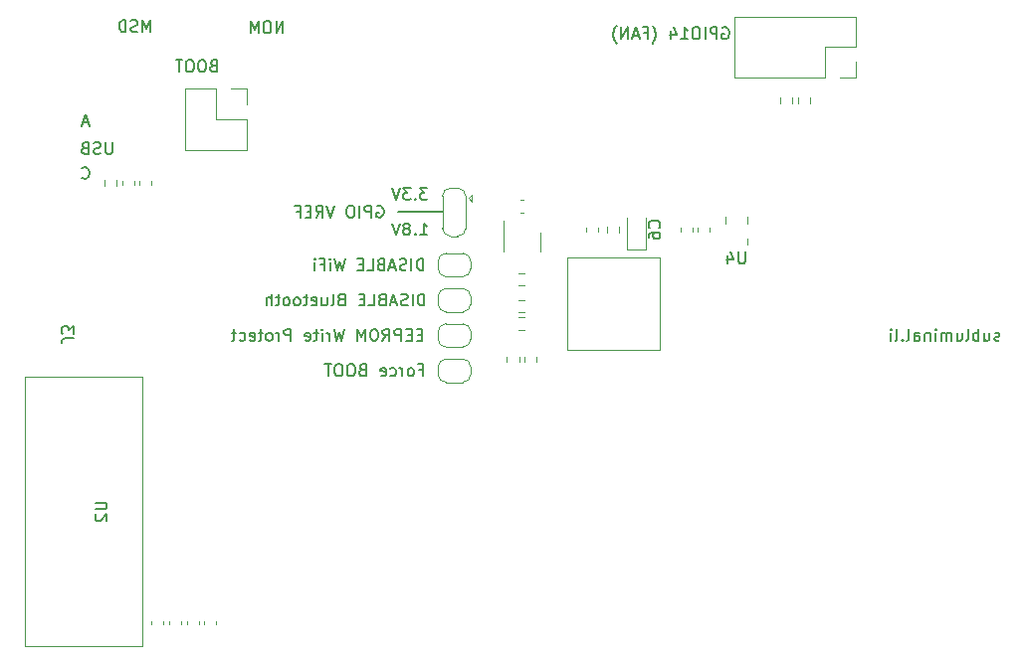
<source format=gbr>
%TF.GenerationSoftware,KiCad,Pcbnew,(5.99.0-10407-g1e8b23402c)*%
%TF.CreationDate,2021-07-10T11:28:42-06:00*%
%TF.ProjectId,lobby,6c6f6262-792e-46b6-9963-61645f706362,rev?*%
%TF.SameCoordinates,Original*%
%TF.FileFunction,Legend,Bot*%
%TF.FilePolarity,Positive*%
%FSLAX46Y46*%
G04 Gerber Fmt 4.6, Leading zero omitted, Abs format (unit mm)*
G04 Created by KiCad (PCBNEW (5.99.0-10407-g1e8b23402c)) date 2021-07-10 11:28:42*
%MOMM*%
%LPD*%
G01*
G04 APERTURE LIST*
%ADD10C,0.150000*%
%ADD11C,0.120000*%
G04 APERTURE END LIST*
D10*
X51500000Y-37500000D02*
X55250000Y-37500000D01*
X24590476Y-34557142D02*
X24638095Y-34604761D01*
X24780952Y-34652380D01*
X24876190Y-34652380D01*
X25019047Y-34604761D01*
X25114285Y-34509523D01*
X25161904Y-34414285D01*
X25209523Y-34223809D01*
X25209523Y-34080952D01*
X25161904Y-33890476D01*
X25114285Y-33795238D01*
X25019047Y-33700000D01*
X24876190Y-33652380D01*
X24780952Y-33652380D01*
X24638095Y-33700000D01*
X24590476Y-33747619D01*
X27161904Y-31552380D02*
X27161904Y-32361904D01*
X27114285Y-32457142D01*
X27066666Y-32504761D01*
X26971428Y-32552380D01*
X26780952Y-32552380D01*
X26685714Y-32504761D01*
X26638095Y-32457142D01*
X26590476Y-32361904D01*
X26590476Y-31552380D01*
X26161904Y-32504761D02*
X26019047Y-32552380D01*
X25780952Y-32552380D01*
X25685714Y-32504761D01*
X25638095Y-32457142D01*
X25590476Y-32361904D01*
X25590476Y-32266666D01*
X25638095Y-32171428D01*
X25685714Y-32123809D01*
X25780952Y-32076190D01*
X25971428Y-32028571D01*
X26066666Y-31980952D01*
X26114285Y-31933333D01*
X26161904Y-31838095D01*
X26161904Y-31742857D01*
X26114285Y-31647619D01*
X26066666Y-31600000D01*
X25971428Y-31552380D01*
X25733333Y-31552380D01*
X25590476Y-31600000D01*
X24828571Y-32028571D02*
X24685714Y-32076190D01*
X24638095Y-32123809D01*
X24590476Y-32219047D01*
X24590476Y-32361904D01*
X24638095Y-32457142D01*
X24685714Y-32504761D01*
X24780952Y-32552380D01*
X25161904Y-32552380D01*
X25161904Y-31552380D01*
X24828571Y-31552380D01*
X24733333Y-31600000D01*
X24685714Y-31647619D01*
X24638095Y-31742857D01*
X24638095Y-31838095D01*
X24685714Y-31933333D01*
X24733333Y-31980952D01*
X24828571Y-32028571D01*
X25161904Y-32028571D01*
X35757142Y-25028571D02*
X35614285Y-25076190D01*
X35566666Y-25123809D01*
X35519047Y-25219047D01*
X35519047Y-25361904D01*
X35566666Y-25457142D01*
X35614285Y-25504761D01*
X35709523Y-25552380D01*
X36090476Y-25552380D01*
X36090476Y-24552380D01*
X35757142Y-24552380D01*
X35661904Y-24600000D01*
X35614285Y-24647619D01*
X35566666Y-24742857D01*
X35566666Y-24838095D01*
X35614285Y-24933333D01*
X35661904Y-24980952D01*
X35757142Y-25028571D01*
X36090476Y-25028571D01*
X34900000Y-24552380D02*
X34709523Y-24552380D01*
X34614285Y-24600000D01*
X34519047Y-24695238D01*
X34471428Y-24885714D01*
X34471428Y-25219047D01*
X34519047Y-25409523D01*
X34614285Y-25504761D01*
X34709523Y-25552380D01*
X34900000Y-25552380D01*
X34995238Y-25504761D01*
X35090476Y-25409523D01*
X35138095Y-25219047D01*
X35138095Y-24885714D01*
X35090476Y-24695238D01*
X34995238Y-24600000D01*
X34900000Y-24552380D01*
X33852380Y-24552380D02*
X33661904Y-24552380D01*
X33566666Y-24600000D01*
X33471428Y-24695238D01*
X33423809Y-24885714D01*
X33423809Y-25219047D01*
X33471428Y-25409523D01*
X33566666Y-25504761D01*
X33661904Y-25552380D01*
X33852380Y-25552380D01*
X33947619Y-25504761D01*
X34042857Y-25409523D01*
X34090476Y-25219047D01*
X34090476Y-24885714D01*
X34042857Y-24695238D01*
X33947619Y-24600000D01*
X33852380Y-24552380D01*
X33138095Y-24552380D02*
X32566666Y-24552380D01*
X32852380Y-25552380D02*
X32852380Y-24552380D01*
X53976190Y-35452380D02*
X53357142Y-35452380D01*
X53690476Y-35833333D01*
X53547619Y-35833333D01*
X53452380Y-35880952D01*
X53404761Y-35928571D01*
X53357142Y-36023809D01*
X53357142Y-36261904D01*
X53404761Y-36357142D01*
X53452380Y-36404761D01*
X53547619Y-36452380D01*
X53833333Y-36452380D01*
X53928571Y-36404761D01*
X53976190Y-36357142D01*
X52928571Y-36357142D02*
X52880952Y-36404761D01*
X52928571Y-36452380D01*
X52976190Y-36404761D01*
X52928571Y-36357142D01*
X52928571Y-36452380D01*
X52547619Y-35452380D02*
X51928571Y-35452380D01*
X52261904Y-35833333D01*
X52119047Y-35833333D01*
X52023809Y-35880952D01*
X51976190Y-35928571D01*
X51928571Y-36023809D01*
X51928571Y-36261904D01*
X51976190Y-36357142D01*
X52023809Y-36404761D01*
X52119047Y-36452380D01*
X52404761Y-36452380D01*
X52500000Y-36404761D01*
X52547619Y-36357142D01*
X51642857Y-35452380D02*
X51309523Y-36452380D01*
X50976190Y-35452380D01*
X53619047Y-42452380D02*
X53619047Y-41452380D01*
X53380952Y-41452380D01*
X53238095Y-41500000D01*
X53142857Y-41595238D01*
X53095238Y-41690476D01*
X53047619Y-41880952D01*
X53047619Y-42023809D01*
X53095238Y-42214285D01*
X53142857Y-42309523D01*
X53238095Y-42404761D01*
X53380952Y-42452380D01*
X53619047Y-42452380D01*
X52619047Y-42452380D02*
X52619047Y-41452380D01*
X52190476Y-42404761D02*
X52047619Y-42452380D01*
X51809523Y-42452380D01*
X51714285Y-42404761D01*
X51666666Y-42357142D01*
X51619047Y-42261904D01*
X51619047Y-42166666D01*
X51666666Y-42071428D01*
X51714285Y-42023809D01*
X51809523Y-41976190D01*
X52000000Y-41928571D01*
X52095238Y-41880952D01*
X52142857Y-41833333D01*
X52190476Y-41738095D01*
X52190476Y-41642857D01*
X52142857Y-41547619D01*
X52095238Y-41500000D01*
X52000000Y-41452380D01*
X51761904Y-41452380D01*
X51619047Y-41500000D01*
X51238095Y-42166666D02*
X50761904Y-42166666D01*
X51333333Y-42452380D02*
X51000000Y-41452380D01*
X50666666Y-42452380D01*
X50000000Y-41928571D02*
X49857142Y-41976190D01*
X49809523Y-42023809D01*
X49761904Y-42119047D01*
X49761904Y-42261904D01*
X49809523Y-42357142D01*
X49857142Y-42404761D01*
X49952380Y-42452380D01*
X50333333Y-42452380D01*
X50333333Y-41452380D01*
X50000000Y-41452380D01*
X49904761Y-41500000D01*
X49857142Y-41547619D01*
X49809523Y-41642857D01*
X49809523Y-41738095D01*
X49857142Y-41833333D01*
X49904761Y-41880952D01*
X50000000Y-41928571D01*
X50333333Y-41928571D01*
X48857142Y-42452380D02*
X49333333Y-42452380D01*
X49333333Y-41452380D01*
X48523809Y-41928571D02*
X48190476Y-41928571D01*
X48047619Y-42452380D02*
X48523809Y-42452380D01*
X48523809Y-41452380D01*
X48047619Y-41452380D01*
X46952380Y-41452380D02*
X46714285Y-42452380D01*
X46523809Y-41738095D01*
X46333333Y-42452380D01*
X46095238Y-41452380D01*
X45714285Y-42452380D02*
X45714285Y-41785714D01*
X45714285Y-41452380D02*
X45761904Y-41500000D01*
X45714285Y-41547619D01*
X45666666Y-41500000D01*
X45714285Y-41452380D01*
X45714285Y-41547619D01*
X44904761Y-41928571D02*
X45238095Y-41928571D01*
X45238095Y-42452380D02*
X45238095Y-41452380D01*
X44761904Y-41452380D01*
X44380952Y-42452380D02*
X44380952Y-41785714D01*
X44380952Y-41452380D02*
X44428571Y-41500000D01*
X44380952Y-41547619D01*
X44333333Y-41500000D01*
X44380952Y-41452380D01*
X44380952Y-41547619D01*
X30409523Y-22152380D02*
X30409523Y-21152380D01*
X30076190Y-21866666D01*
X29742857Y-21152380D01*
X29742857Y-22152380D01*
X29314285Y-22104761D02*
X29171428Y-22152380D01*
X28933333Y-22152380D01*
X28838095Y-22104761D01*
X28790476Y-22057142D01*
X28742857Y-21961904D01*
X28742857Y-21866666D01*
X28790476Y-21771428D01*
X28838095Y-21723809D01*
X28933333Y-21676190D01*
X29123809Y-21628571D01*
X29219047Y-21580952D01*
X29266666Y-21533333D01*
X29314285Y-21438095D01*
X29314285Y-21342857D01*
X29266666Y-21247619D01*
X29219047Y-21200000D01*
X29123809Y-21152380D01*
X28885714Y-21152380D01*
X28742857Y-21200000D01*
X28314285Y-22152380D02*
X28314285Y-21152380D01*
X28076190Y-21152380D01*
X27933333Y-21200000D01*
X27838095Y-21295238D01*
X27790476Y-21390476D01*
X27742857Y-21580952D01*
X27742857Y-21723809D01*
X27790476Y-21914285D01*
X27838095Y-22009523D01*
X27933333Y-22104761D01*
X28076190Y-22152380D01*
X28314285Y-22152380D01*
X25138095Y-29866666D02*
X24661904Y-29866666D01*
X25233333Y-30152380D02*
X24900000Y-29152380D01*
X24566666Y-30152380D01*
X102642857Y-48404761D02*
X102547619Y-48452380D01*
X102357142Y-48452380D01*
X102261904Y-48404761D01*
X102214285Y-48309523D01*
X102214285Y-48261904D01*
X102261904Y-48166666D01*
X102357142Y-48119047D01*
X102500000Y-48119047D01*
X102595238Y-48071428D01*
X102642857Y-47976190D01*
X102642857Y-47928571D01*
X102595238Y-47833333D01*
X102500000Y-47785714D01*
X102357142Y-47785714D01*
X102261904Y-47833333D01*
X101357142Y-47785714D02*
X101357142Y-48452380D01*
X101785714Y-47785714D02*
X101785714Y-48309523D01*
X101738095Y-48404761D01*
X101642857Y-48452380D01*
X101500000Y-48452380D01*
X101404761Y-48404761D01*
X101357142Y-48357142D01*
X100880952Y-48452380D02*
X100880952Y-47452380D01*
X100880952Y-47833333D02*
X100785714Y-47785714D01*
X100595238Y-47785714D01*
X100500000Y-47833333D01*
X100452380Y-47880952D01*
X100404761Y-47976190D01*
X100404761Y-48261904D01*
X100452380Y-48357142D01*
X100500000Y-48404761D01*
X100595238Y-48452380D01*
X100785714Y-48452380D01*
X100880952Y-48404761D01*
X99833333Y-48452380D02*
X99928571Y-48404761D01*
X99976190Y-48309523D01*
X99976190Y-47452380D01*
X99023809Y-47785714D02*
X99023809Y-48452380D01*
X99452380Y-47785714D02*
X99452380Y-48309523D01*
X99404761Y-48404761D01*
X99309523Y-48452380D01*
X99166666Y-48452380D01*
X99071428Y-48404761D01*
X99023809Y-48357142D01*
X98547619Y-48452380D02*
X98547619Y-47785714D01*
X98547619Y-47880952D02*
X98500000Y-47833333D01*
X98404761Y-47785714D01*
X98261904Y-47785714D01*
X98166666Y-47833333D01*
X98119047Y-47928571D01*
X98119047Y-48452380D01*
X98119047Y-47928571D02*
X98071428Y-47833333D01*
X97976190Y-47785714D01*
X97833333Y-47785714D01*
X97738095Y-47833333D01*
X97690476Y-47928571D01*
X97690476Y-48452380D01*
X97214285Y-48452380D02*
X97214285Y-47785714D01*
X97214285Y-47452380D02*
X97261904Y-47500000D01*
X97214285Y-47547619D01*
X97166666Y-47500000D01*
X97214285Y-47452380D01*
X97214285Y-47547619D01*
X96738095Y-47785714D02*
X96738095Y-48452380D01*
X96738095Y-47880952D02*
X96690476Y-47833333D01*
X96595238Y-47785714D01*
X96452380Y-47785714D01*
X96357142Y-47833333D01*
X96309523Y-47928571D01*
X96309523Y-48452380D01*
X95404761Y-48452380D02*
X95404761Y-47928571D01*
X95452380Y-47833333D01*
X95547619Y-47785714D01*
X95738095Y-47785714D01*
X95833333Y-47833333D01*
X95404761Y-48404761D02*
X95500000Y-48452380D01*
X95738095Y-48452380D01*
X95833333Y-48404761D01*
X95880952Y-48309523D01*
X95880952Y-48214285D01*
X95833333Y-48119047D01*
X95738095Y-48071428D01*
X95500000Y-48071428D01*
X95404761Y-48023809D01*
X94785714Y-48452380D02*
X94880952Y-48404761D01*
X94928571Y-48309523D01*
X94928571Y-47452380D01*
X94404761Y-48357142D02*
X94357142Y-48404761D01*
X94404761Y-48452380D01*
X94452380Y-48404761D01*
X94404761Y-48357142D01*
X94404761Y-48452380D01*
X93785714Y-48452380D02*
X93880952Y-48404761D01*
X93928571Y-48309523D01*
X93928571Y-47452380D01*
X93404761Y-48452380D02*
X93404761Y-47785714D01*
X93404761Y-47452380D02*
X93452380Y-47500000D01*
X93404761Y-47547619D01*
X93357142Y-47500000D01*
X93404761Y-47452380D01*
X93404761Y-47547619D01*
X49690476Y-37000000D02*
X49785714Y-36952380D01*
X49928571Y-36952380D01*
X50071428Y-37000000D01*
X50166666Y-37095238D01*
X50214285Y-37190476D01*
X50261904Y-37380952D01*
X50261904Y-37523809D01*
X50214285Y-37714285D01*
X50166666Y-37809523D01*
X50071428Y-37904761D01*
X49928571Y-37952380D01*
X49833333Y-37952380D01*
X49690476Y-37904761D01*
X49642857Y-37857142D01*
X49642857Y-37523809D01*
X49833333Y-37523809D01*
X49214285Y-37952380D02*
X49214285Y-36952380D01*
X48833333Y-36952380D01*
X48738095Y-37000000D01*
X48690476Y-37047619D01*
X48642857Y-37142857D01*
X48642857Y-37285714D01*
X48690476Y-37380952D01*
X48738095Y-37428571D01*
X48833333Y-37476190D01*
X49214285Y-37476190D01*
X48214285Y-37952380D02*
X48214285Y-36952380D01*
X47547619Y-36952380D02*
X47357142Y-36952380D01*
X47261904Y-37000000D01*
X47166666Y-37095238D01*
X47119047Y-37285714D01*
X47119047Y-37619047D01*
X47166666Y-37809523D01*
X47261904Y-37904761D01*
X47357142Y-37952380D01*
X47547619Y-37952380D01*
X47642857Y-37904761D01*
X47738095Y-37809523D01*
X47785714Y-37619047D01*
X47785714Y-37285714D01*
X47738095Y-37095238D01*
X47642857Y-37000000D01*
X47547619Y-36952380D01*
X46071428Y-36952380D02*
X45738095Y-37952380D01*
X45404761Y-36952380D01*
X44500000Y-37952380D02*
X44833333Y-37476190D01*
X45071428Y-37952380D02*
X45071428Y-36952380D01*
X44690476Y-36952380D01*
X44595238Y-37000000D01*
X44547619Y-37047619D01*
X44500000Y-37142857D01*
X44500000Y-37285714D01*
X44547619Y-37380952D01*
X44595238Y-37428571D01*
X44690476Y-37476190D01*
X45071428Y-37476190D01*
X44071428Y-37428571D02*
X43738095Y-37428571D01*
X43595238Y-37952380D02*
X44071428Y-37952380D01*
X44071428Y-36952380D01*
X43595238Y-36952380D01*
X42833333Y-37428571D02*
X43166666Y-37428571D01*
X43166666Y-37952380D02*
X43166666Y-36952380D01*
X42690476Y-36952380D01*
X53357142Y-39452380D02*
X53928571Y-39452380D01*
X53642857Y-39452380D02*
X53642857Y-38452380D01*
X53738095Y-38595238D01*
X53833333Y-38690476D01*
X53928571Y-38738095D01*
X52928571Y-39357142D02*
X52880952Y-39404761D01*
X52928571Y-39452380D01*
X52976190Y-39404761D01*
X52928571Y-39357142D01*
X52928571Y-39452380D01*
X52309523Y-38880952D02*
X52404761Y-38833333D01*
X52452380Y-38785714D01*
X52500000Y-38690476D01*
X52500000Y-38642857D01*
X52452380Y-38547619D01*
X52404761Y-38500000D01*
X52309523Y-38452380D01*
X52119047Y-38452380D01*
X52023809Y-38500000D01*
X51976190Y-38547619D01*
X51928571Y-38642857D01*
X51928571Y-38690476D01*
X51976190Y-38785714D01*
X52023809Y-38833333D01*
X52119047Y-38880952D01*
X52309523Y-38880952D01*
X52404761Y-38928571D01*
X52452380Y-38976190D01*
X52500000Y-39071428D01*
X52500000Y-39261904D01*
X52452380Y-39357142D01*
X52404761Y-39404761D01*
X52309523Y-39452380D01*
X52119047Y-39452380D01*
X52023809Y-39404761D01*
X51976190Y-39357142D01*
X51928571Y-39261904D01*
X51928571Y-39071428D01*
X51976190Y-38976190D01*
X52023809Y-38928571D01*
X52119047Y-38880952D01*
X51642857Y-38452380D02*
X51309523Y-39452380D01*
X50976190Y-38452380D01*
X41680952Y-22252380D02*
X41680952Y-21252380D01*
X41109523Y-22252380D01*
X41109523Y-21252380D01*
X40442857Y-21252380D02*
X40252380Y-21252380D01*
X40157142Y-21300000D01*
X40061904Y-21395238D01*
X40014285Y-21585714D01*
X40014285Y-21919047D01*
X40061904Y-22109523D01*
X40157142Y-22204761D01*
X40252380Y-22252380D01*
X40442857Y-22252380D01*
X40538095Y-22204761D01*
X40633333Y-22109523D01*
X40680952Y-21919047D01*
X40680952Y-21585714D01*
X40633333Y-21395238D01*
X40538095Y-21300000D01*
X40442857Y-21252380D01*
X39585714Y-22252380D02*
X39585714Y-21252380D01*
X39252380Y-21966666D01*
X38919047Y-21252380D01*
X38919047Y-22252380D01*
X53285714Y-50928571D02*
X53619047Y-50928571D01*
X53619047Y-51452380D02*
X53619047Y-50452380D01*
X53142857Y-50452380D01*
X52619047Y-51452380D02*
X52714285Y-51404761D01*
X52761904Y-51357142D01*
X52809523Y-51261904D01*
X52809523Y-50976190D01*
X52761904Y-50880952D01*
X52714285Y-50833333D01*
X52619047Y-50785714D01*
X52476190Y-50785714D01*
X52380952Y-50833333D01*
X52333333Y-50880952D01*
X52285714Y-50976190D01*
X52285714Y-51261904D01*
X52333333Y-51357142D01*
X52380952Y-51404761D01*
X52476190Y-51452380D01*
X52619047Y-51452380D01*
X51857142Y-51452380D02*
X51857142Y-50785714D01*
X51857142Y-50976190D02*
X51809523Y-50880952D01*
X51761904Y-50833333D01*
X51666666Y-50785714D01*
X51571428Y-50785714D01*
X50809523Y-51404761D02*
X50904761Y-51452380D01*
X51095238Y-51452380D01*
X51190476Y-51404761D01*
X51238095Y-51357142D01*
X51285714Y-51261904D01*
X51285714Y-50976190D01*
X51238095Y-50880952D01*
X51190476Y-50833333D01*
X51095238Y-50785714D01*
X50904761Y-50785714D01*
X50809523Y-50833333D01*
X50000000Y-51404761D02*
X50095238Y-51452380D01*
X50285714Y-51452380D01*
X50380952Y-51404761D01*
X50428571Y-51309523D01*
X50428571Y-50928571D01*
X50380952Y-50833333D01*
X50285714Y-50785714D01*
X50095238Y-50785714D01*
X50000000Y-50833333D01*
X49952380Y-50928571D01*
X49952380Y-51023809D01*
X50428571Y-51119047D01*
X48428571Y-50928571D02*
X48285714Y-50976190D01*
X48238095Y-51023809D01*
X48190476Y-51119047D01*
X48190476Y-51261904D01*
X48238095Y-51357142D01*
X48285714Y-51404761D01*
X48380952Y-51452380D01*
X48761904Y-51452380D01*
X48761904Y-50452380D01*
X48428571Y-50452380D01*
X48333333Y-50500000D01*
X48285714Y-50547619D01*
X48238095Y-50642857D01*
X48238095Y-50738095D01*
X48285714Y-50833333D01*
X48333333Y-50880952D01*
X48428571Y-50928571D01*
X48761904Y-50928571D01*
X47571428Y-50452380D02*
X47380952Y-50452380D01*
X47285714Y-50500000D01*
X47190476Y-50595238D01*
X47142857Y-50785714D01*
X47142857Y-51119047D01*
X47190476Y-51309523D01*
X47285714Y-51404761D01*
X47380952Y-51452380D01*
X47571428Y-51452380D01*
X47666666Y-51404761D01*
X47761904Y-51309523D01*
X47809523Y-51119047D01*
X47809523Y-50785714D01*
X47761904Y-50595238D01*
X47666666Y-50500000D01*
X47571428Y-50452380D01*
X46523809Y-50452380D02*
X46333333Y-50452380D01*
X46238095Y-50500000D01*
X46142857Y-50595238D01*
X46095238Y-50785714D01*
X46095238Y-51119047D01*
X46142857Y-51309523D01*
X46238095Y-51404761D01*
X46333333Y-51452380D01*
X46523809Y-51452380D01*
X46619047Y-51404761D01*
X46714285Y-51309523D01*
X46761904Y-51119047D01*
X46761904Y-50785714D01*
X46714285Y-50595238D01*
X46619047Y-50500000D01*
X46523809Y-50452380D01*
X45809523Y-50452380D02*
X45238095Y-50452380D01*
X45523809Y-51452380D02*
X45523809Y-50452380D01*
X79080952Y-21800000D02*
X79176190Y-21752380D01*
X79319047Y-21752380D01*
X79461904Y-21800000D01*
X79557142Y-21895238D01*
X79604761Y-21990476D01*
X79652380Y-22180952D01*
X79652380Y-22323809D01*
X79604761Y-22514285D01*
X79557142Y-22609523D01*
X79461904Y-22704761D01*
X79319047Y-22752380D01*
X79223809Y-22752380D01*
X79080952Y-22704761D01*
X79033333Y-22657142D01*
X79033333Y-22323809D01*
X79223809Y-22323809D01*
X78604761Y-22752380D02*
X78604761Y-21752380D01*
X78223809Y-21752380D01*
X78128571Y-21800000D01*
X78080952Y-21847619D01*
X78033333Y-21942857D01*
X78033333Y-22085714D01*
X78080952Y-22180952D01*
X78128571Y-22228571D01*
X78223809Y-22276190D01*
X78604761Y-22276190D01*
X77604761Y-22752380D02*
X77604761Y-21752380D01*
X76938095Y-21752380D02*
X76747619Y-21752380D01*
X76652380Y-21800000D01*
X76557142Y-21895238D01*
X76509523Y-22085714D01*
X76509523Y-22419047D01*
X76557142Y-22609523D01*
X76652380Y-22704761D01*
X76747619Y-22752380D01*
X76938095Y-22752380D01*
X77033333Y-22704761D01*
X77128571Y-22609523D01*
X77176190Y-22419047D01*
X77176190Y-22085714D01*
X77128571Y-21895238D01*
X77033333Y-21800000D01*
X76938095Y-21752380D01*
X75557142Y-22752380D02*
X76128571Y-22752380D01*
X75842857Y-22752380D02*
X75842857Y-21752380D01*
X75938095Y-21895238D01*
X76033333Y-21990476D01*
X76128571Y-22038095D01*
X74700000Y-22085714D02*
X74700000Y-22752380D01*
X74938095Y-21704761D02*
X75176190Y-22419047D01*
X74557142Y-22419047D01*
X73128571Y-23133333D02*
X73176190Y-23085714D01*
X73271428Y-22942857D01*
X73319047Y-22847619D01*
X73366666Y-22704761D01*
X73414285Y-22466666D01*
X73414285Y-22276190D01*
X73366666Y-22038095D01*
X73319047Y-21895238D01*
X73271428Y-21800000D01*
X73176190Y-21657142D01*
X73128571Y-21609523D01*
X72414285Y-22228571D02*
X72747619Y-22228571D01*
X72747619Y-22752380D02*
X72747619Y-21752380D01*
X72271428Y-21752380D01*
X71938095Y-22466666D02*
X71461904Y-22466666D01*
X72033333Y-22752380D02*
X71700000Y-21752380D01*
X71366666Y-22752380D01*
X71033333Y-22752380D02*
X71033333Y-21752380D01*
X70461904Y-22752380D01*
X70461904Y-21752380D01*
X70080952Y-23133333D02*
X70033333Y-23085714D01*
X69938095Y-22942857D01*
X69890476Y-22847619D01*
X69842857Y-22704761D01*
X69795238Y-22466666D01*
X69795238Y-22276190D01*
X69842857Y-22038095D01*
X69890476Y-21895238D01*
X69938095Y-21800000D01*
X70033333Y-21657142D01*
X70080952Y-21609523D01*
X53547619Y-47928571D02*
X53214285Y-47928571D01*
X53071428Y-48452380D02*
X53547619Y-48452380D01*
X53547619Y-47452380D01*
X53071428Y-47452380D01*
X52642857Y-47928571D02*
X52309523Y-47928571D01*
X52166666Y-48452380D02*
X52642857Y-48452380D01*
X52642857Y-47452380D01*
X52166666Y-47452380D01*
X51738095Y-48452380D02*
X51738095Y-47452380D01*
X51357142Y-47452380D01*
X51261904Y-47500000D01*
X51214285Y-47547619D01*
X51166666Y-47642857D01*
X51166666Y-47785714D01*
X51214285Y-47880952D01*
X51261904Y-47928571D01*
X51357142Y-47976190D01*
X51738095Y-47976190D01*
X50166666Y-48452380D02*
X50500000Y-47976190D01*
X50738095Y-48452380D02*
X50738095Y-47452380D01*
X50357142Y-47452380D01*
X50261904Y-47500000D01*
X50214285Y-47547619D01*
X50166666Y-47642857D01*
X50166666Y-47785714D01*
X50214285Y-47880952D01*
X50261904Y-47928571D01*
X50357142Y-47976190D01*
X50738095Y-47976190D01*
X49547619Y-47452380D02*
X49357142Y-47452380D01*
X49261904Y-47500000D01*
X49166666Y-47595238D01*
X49119047Y-47785714D01*
X49119047Y-48119047D01*
X49166666Y-48309523D01*
X49261904Y-48404761D01*
X49357142Y-48452380D01*
X49547619Y-48452380D01*
X49642857Y-48404761D01*
X49738095Y-48309523D01*
X49785714Y-48119047D01*
X49785714Y-47785714D01*
X49738095Y-47595238D01*
X49642857Y-47500000D01*
X49547619Y-47452380D01*
X48690476Y-48452380D02*
X48690476Y-47452380D01*
X48357142Y-48166666D01*
X48023809Y-47452380D01*
X48023809Y-48452380D01*
X46880952Y-47452380D02*
X46642857Y-48452380D01*
X46452380Y-47738095D01*
X46261904Y-48452380D01*
X46023809Y-47452380D01*
X45642857Y-48452380D02*
X45642857Y-47785714D01*
X45642857Y-47976190D02*
X45595238Y-47880952D01*
X45547619Y-47833333D01*
X45452380Y-47785714D01*
X45357142Y-47785714D01*
X45023809Y-48452380D02*
X45023809Y-47785714D01*
X45023809Y-47452380D02*
X45071428Y-47500000D01*
X45023809Y-47547619D01*
X44976190Y-47500000D01*
X45023809Y-47452380D01*
X45023809Y-47547619D01*
X44690476Y-47785714D02*
X44309523Y-47785714D01*
X44547619Y-47452380D02*
X44547619Y-48309523D01*
X44500000Y-48404761D01*
X44404761Y-48452380D01*
X44309523Y-48452380D01*
X43595238Y-48404761D02*
X43690476Y-48452380D01*
X43880952Y-48452380D01*
X43976190Y-48404761D01*
X44023809Y-48309523D01*
X44023809Y-47928571D01*
X43976190Y-47833333D01*
X43880952Y-47785714D01*
X43690476Y-47785714D01*
X43595238Y-47833333D01*
X43547619Y-47928571D01*
X43547619Y-48023809D01*
X44023809Y-48119047D01*
X42357142Y-48452380D02*
X42357142Y-47452380D01*
X41976190Y-47452380D01*
X41880952Y-47500000D01*
X41833333Y-47547619D01*
X41785714Y-47642857D01*
X41785714Y-47785714D01*
X41833333Y-47880952D01*
X41880952Y-47928571D01*
X41976190Y-47976190D01*
X42357142Y-47976190D01*
X41357142Y-48452380D02*
X41357142Y-47785714D01*
X41357142Y-47976190D02*
X41309523Y-47880952D01*
X41261904Y-47833333D01*
X41166666Y-47785714D01*
X41071428Y-47785714D01*
X40595238Y-48452380D02*
X40690476Y-48404761D01*
X40738095Y-48357142D01*
X40785714Y-48261904D01*
X40785714Y-47976190D01*
X40738095Y-47880952D01*
X40690476Y-47833333D01*
X40595238Y-47785714D01*
X40452380Y-47785714D01*
X40357142Y-47833333D01*
X40309523Y-47880952D01*
X40261904Y-47976190D01*
X40261904Y-48261904D01*
X40309523Y-48357142D01*
X40357142Y-48404761D01*
X40452380Y-48452380D01*
X40595238Y-48452380D01*
X39976190Y-47785714D02*
X39595238Y-47785714D01*
X39833333Y-47452380D02*
X39833333Y-48309523D01*
X39785714Y-48404761D01*
X39690476Y-48452380D01*
X39595238Y-48452380D01*
X38880952Y-48404761D02*
X38976190Y-48452380D01*
X39166666Y-48452380D01*
X39261904Y-48404761D01*
X39309523Y-48309523D01*
X39309523Y-47928571D01*
X39261904Y-47833333D01*
X39166666Y-47785714D01*
X38976190Y-47785714D01*
X38880952Y-47833333D01*
X38833333Y-47928571D01*
X38833333Y-48023809D01*
X39309523Y-48119047D01*
X37976190Y-48404761D02*
X38071428Y-48452380D01*
X38261904Y-48452380D01*
X38357142Y-48404761D01*
X38404761Y-48357142D01*
X38452380Y-48261904D01*
X38452380Y-47976190D01*
X38404761Y-47880952D01*
X38357142Y-47833333D01*
X38261904Y-47785714D01*
X38071428Y-47785714D01*
X37976190Y-47833333D01*
X37690476Y-47785714D02*
X37309523Y-47785714D01*
X37547619Y-47452380D02*
X37547619Y-48309523D01*
X37500000Y-48404761D01*
X37404761Y-48452380D01*
X37309523Y-48452380D01*
X53714285Y-45452380D02*
X53714285Y-44452380D01*
X53476190Y-44452380D01*
X53333333Y-44500000D01*
X53238095Y-44595238D01*
X53190476Y-44690476D01*
X53142857Y-44880952D01*
X53142857Y-45023809D01*
X53190476Y-45214285D01*
X53238095Y-45309523D01*
X53333333Y-45404761D01*
X53476190Y-45452380D01*
X53714285Y-45452380D01*
X52714285Y-45452380D02*
X52714285Y-44452380D01*
X52285714Y-45404761D02*
X52142857Y-45452380D01*
X51904761Y-45452380D01*
X51809523Y-45404761D01*
X51761904Y-45357142D01*
X51714285Y-45261904D01*
X51714285Y-45166666D01*
X51761904Y-45071428D01*
X51809523Y-45023809D01*
X51904761Y-44976190D01*
X52095238Y-44928571D01*
X52190476Y-44880952D01*
X52238095Y-44833333D01*
X52285714Y-44738095D01*
X52285714Y-44642857D01*
X52238095Y-44547619D01*
X52190476Y-44500000D01*
X52095238Y-44452380D01*
X51857142Y-44452380D01*
X51714285Y-44500000D01*
X51333333Y-45166666D02*
X50857142Y-45166666D01*
X51428571Y-45452380D02*
X51095238Y-44452380D01*
X50761904Y-45452380D01*
X50095238Y-44928571D02*
X49952380Y-44976190D01*
X49904761Y-45023809D01*
X49857142Y-45119047D01*
X49857142Y-45261904D01*
X49904761Y-45357142D01*
X49952380Y-45404761D01*
X50047619Y-45452380D01*
X50428571Y-45452380D01*
X50428571Y-44452380D01*
X50095238Y-44452380D01*
X50000000Y-44500000D01*
X49952380Y-44547619D01*
X49904761Y-44642857D01*
X49904761Y-44738095D01*
X49952380Y-44833333D01*
X50000000Y-44880952D01*
X50095238Y-44928571D01*
X50428571Y-44928571D01*
X48952380Y-45452380D02*
X49428571Y-45452380D01*
X49428571Y-44452380D01*
X48619047Y-44928571D02*
X48285714Y-44928571D01*
X48142857Y-45452380D02*
X48619047Y-45452380D01*
X48619047Y-44452380D01*
X48142857Y-44452380D01*
X46619047Y-44928571D02*
X46476190Y-44976190D01*
X46428571Y-45023809D01*
X46380952Y-45119047D01*
X46380952Y-45261904D01*
X46428571Y-45357142D01*
X46476190Y-45404761D01*
X46571428Y-45452380D01*
X46952380Y-45452380D01*
X46952380Y-44452380D01*
X46619047Y-44452380D01*
X46523809Y-44500000D01*
X46476190Y-44547619D01*
X46428571Y-44642857D01*
X46428571Y-44738095D01*
X46476190Y-44833333D01*
X46523809Y-44880952D01*
X46619047Y-44928571D01*
X46952380Y-44928571D01*
X45809523Y-45452380D02*
X45904761Y-45404761D01*
X45952380Y-45309523D01*
X45952380Y-44452380D01*
X45000000Y-44785714D02*
X45000000Y-45452380D01*
X45428571Y-44785714D02*
X45428571Y-45309523D01*
X45380952Y-45404761D01*
X45285714Y-45452380D01*
X45142857Y-45452380D01*
X45047619Y-45404761D01*
X45000000Y-45357142D01*
X44142857Y-45404761D02*
X44238095Y-45452380D01*
X44428571Y-45452380D01*
X44523809Y-45404761D01*
X44571428Y-45309523D01*
X44571428Y-44928571D01*
X44523809Y-44833333D01*
X44428571Y-44785714D01*
X44238095Y-44785714D01*
X44142857Y-44833333D01*
X44095238Y-44928571D01*
X44095238Y-45023809D01*
X44571428Y-45119047D01*
X43809523Y-44785714D02*
X43428571Y-44785714D01*
X43666666Y-44452380D02*
X43666666Y-45309523D01*
X43619047Y-45404761D01*
X43523809Y-45452380D01*
X43428571Y-45452380D01*
X42952380Y-45452380D02*
X43047619Y-45404761D01*
X43095238Y-45357142D01*
X43142857Y-45261904D01*
X43142857Y-44976190D01*
X43095238Y-44880952D01*
X43047619Y-44833333D01*
X42952380Y-44785714D01*
X42809523Y-44785714D01*
X42714285Y-44833333D01*
X42666666Y-44880952D01*
X42619047Y-44976190D01*
X42619047Y-45261904D01*
X42666666Y-45357142D01*
X42714285Y-45404761D01*
X42809523Y-45452380D01*
X42952380Y-45452380D01*
X42047619Y-45452380D02*
X42142857Y-45404761D01*
X42190476Y-45357142D01*
X42238095Y-45261904D01*
X42238095Y-44976190D01*
X42190476Y-44880952D01*
X42142857Y-44833333D01*
X42047619Y-44785714D01*
X41904761Y-44785714D01*
X41809523Y-44833333D01*
X41761904Y-44880952D01*
X41714285Y-44976190D01*
X41714285Y-45261904D01*
X41761904Y-45357142D01*
X41809523Y-45404761D01*
X41904761Y-45452380D01*
X42047619Y-45452380D01*
X41428571Y-44785714D02*
X41047619Y-44785714D01*
X41285714Y-44452380D02*
X41285714Y-45309523D01*
X41238095Y-45404761D01*
X41142857Y-45452380D01*
X41047619Y-45452380D01*
X40714285Y-45452380D02*
X40714285Y-44452380D01*
X40285714Y-45452380D02*
X40285714Y-44928571D01*
X40333333Y-44833333D01*
X40428571Y-44785714D01*
X40571428Y-44785714D01*
X40666666Y-44833333D01*
X40714285Y-44880952D01*
%TO.C,U4*%
X81011904Y-40892380D02*
X81011904Y-41701904D01*
X80964285Y-41797142D01*
X80916666Y-41844761D01*
X80821428Y-41892380D01*
X80630952Y-41892380D01*
X80535714Y-41844761D01*
X80488095Y-41797142D01*
X80440476Y-41701904D01*
X80440476Y-40892380D01*
X79535714Y-41225714D02*
X79535714Y-41892380D01*
X79773809Y-40844761D02*
X80011904Y-41559047D01*
X79392857Y-41559047D01*
%TO.C,U2*%
X25702380Y-62238095D02*
X26511904Y-62238095D01*
X26607142Y-62285714D01*
X26654761Y-62333333D01*
X26702380Y-62428571D01*
X26702380Y-62619047D01*
X26654761Y-62714285D01*
X26607142Y-62761904D01*
X26511904Y-62809523D01*
X25702380Y-62809523D01*
X25797619Y-63238095D02*
X25750000Y-63285714D01*
X25702380Y-63380952D01*
X25702380Y-63619047D01*
X25750000Y-63714285D01*
X25797619Y-63761904D01*
X25892857Y-63809523D01*
X25988095Y-63809523D01*
X26130952Y-63761904D01*
X26702380Y-63190476D01*
X26702380Y-63809523D01*
%TO.C,J3*%
X23847619Y-48233333D02*
X23133333Y-48233333D01*
X22990476Y-48280952D01*
X22895238Y-48376190D01*
X22847619Y-48519047D01*
X22847619Y-48614285D01*
X23847619Y-47852380D02*
X23847619Y-47233333D01*
X23466666Y-47566666D01*
X23466666Y-47423809D01*
X23419047Y-47328571D01*
X23371428Y-47280952D01*
X23276190Y-47233333D01*
X23038095Y-47233333D01*
X22942857Y-47280952D01*
X22895238Y-47328571D01*
X22847619Y-47423809D01*
X22847619Y-47709523D01*
X22895238Y-47804761D01*
X22942857Y-47852380D01*
%TO.C,C6*%
X73687142Y-38833333D02*
X73734761Y-38785714D01*
X73782380Y-38642857D01*
X73782380Y-38547619D01*
X73734761Y-38404761D01*
X73639523Y-38309523D01*
X73544285Y-38261904D01*
X73353809Y-38214285D01*
X73210952Y-38214285D01*
X73020476Y-38261904D01*
X72925238Y-38309523D01*
X72830000Y-38404761D01*
X72782380Y-38547619D01*
X72782380Y-38642857D01*
X72830000Y-38785714D01*
X72877619Y-38833333D01*
X72782380Y-39690476D02*
X72782380Y-39500000D01*
X72830000Y-39404761D01*
X72877619Y-39357142D01*
X73020476Y-39261904D01*
X73210952Y-39214285D01*
X73591904Y-39214285D01*
X73687142Y-39261904D01*
X73734761Y-39309523D01*
X73782380Y-39404761D01*
X73782380Y-39595238D01*
X73734761Y-39690476D01*
X73687142Y-39738095D01*
X73591904Y-39785714D01*
X73353809Y-39785714D01*
X73258571Y-39738095D01*
X73210952Y-39690476D01*
X73163333Y-39595238D01*
X73163333Y-39404761D01*
X73210952Y-39309523D01*
X73258571Y-39261904D01*
X73353809Y-39214285D01*
D11*
%TO.C,J1*%
X38593646Y-29580153D02*
X35993646Y-29580153D01*
X38593646Y-29580153D02*
X38593646Y-32180153D01*
X38593646Y-28310153D02*
X38593646Y-26980153D01*
X38593646Y-32180153D02*
X33393646Y-32180153D01*
X35993646Y-29580153D02*
X35993646Y-26980153D01*
X35993646Y-26980153D02*
X33393646Y-26980153D01*
X33393646Y-26980153D02*
X33393646Y-32180153D01*
X38593646Y-26980153D02*
X37263646Y-26980153D01*
%TO.C,J2*%
X87843646Y-23450153D02*
X90443646Y-23450153D01*
X80113646Y-26050153D02*
X87843646Y-26050153D01*
X89113646Y-26050153D02*
X90443646Y-26050153D01*
X90443646Y-23450153D02*
X90443646Y-20850153D01*
X90443646Y-26050153D02*
X90443646Y-24720153D01*
X80113646Y-20850153D02*
X90443646Y-20850153D01*
X80113646Y-26050153D02*
X80113646Y-20850153D01*
X87843646Y-26050153D02*
X87843646Y-23450153D01*
%TO.C,U4*%
X81160000Y-37930000D02*
X81160000Y-38455000D01*
X79340000Y-37930000D02*
X79340000Y-38455000D01*
X81160000Y-40250000D02*
X81160000Y-39725000D01*
%TO.C,JP5*%
X57750000Y-36000000D02*
X57750000Y-36600000D01*
X55950000Y-39550000D02*
X56550000Y-39550000D01*
X56550000Y-35450000D02*
X55950000Y-35450000D01*
X57450000Y-36300000D02*
X57750000Y-36600000D01*
X55250000Y-36100000D02*
X55250000Y-38900000D01*
X57250000Y-38900000D02*
X57250000Y-36100000D01*
X57450000Y-36300000D02*
X57750000Y-36000000D01*
X55250000Y-38850000D02*
G75*
G03*
X55950000Y-39550000I700000J0D01*
G01*
X56550000Y-39550000D02*
G75*
G03*
X57250000Y-38850000I0J700000D01*
G01*
X55950000Y-35450000D02*
G75*
G03*
X55250000Y-36150000I0J-700000D01*
G01*
X57250000Y-36150000D02*
G75*
G03*
X56550000Y-35450000I-700000J0D01*
G01*
%TO.C,C5*%
X31990000Y-72359420D02*
X31990000Y-72640580D01*
X33010000Y-72359420D02*
X33010000Y-72640580D01*
%TO.C,JP3*%
X54875000Y-44700000D02*
X54875000Y-45300000D01*
X57675000Y-45300000D02*
X57675000Y-44700000D01*
X55575000Y-46000000D02*
X56975000Y-46000000D01*
X56975000Y-44000000D02*
X55575000Y-44000000D01*
X55575000Y-44000000D02*
G75*
G03*
X54875000Y-44700000I0J-700000D01*
G01*
X56975000Y-46000000D02*
G75*
G03*
X57675000Y-45300000I0J700000D01*
G01*
X54875000Y-45300000D02*
G75*
G03*
X55575000Y-46000000I700000J0D01*
G01*
X57675000Y-44700000D02*
G75*
G03*
X56975000Y-44000000I-700000J0D01*
G01*
%TO.C,R7*%
X61762742Y-42727500D02*
X62237258Y-42727500D01*
X61762742Y-43772500D02*
X62237258Y-43772500D01*
%TO.C,U2*%
X29750000Y-51500000D02*
X19750000Y-51500000D01*
X19750000Y-74500000D02*
X29750000Y-74500000D01*
X19750000Y-51500000D02*
X19750000Y-74500000D01*
X29750000Y-74500000D02*
X29750000Y-51500000D01*
%TO.C,JP1*%
X54875000Y-50700000D02*
X54875000Y-51300000D01*
X57675000Y-51300000D02*
X57675000Y-50700000D01*
X55575000Y-52000000D02*
X56975000Y-52000000D01*
X56975000Y-50000000D02*
X55575000Y-50000000D01*
X57675000Y-50700000D02*
G75*
G03*
X56975000Y-50000000I-700000J0D01*
G01*
X54875000Y-51300000D02*
G75*
G03*
X55575000Y-52000000I700000J0D01*
G01*
X55575000Y-50000000D02*
G75*
G03*
X54875000Y-50700000I0J-700000D01*
G01*
X56975000Y-52000000D02*
G75*
G03*
X57675000Y-51300000I0J700000D01*
G01*
%TO.C,C4*%
X33490000Y-72359420D02*
X33490000Y-72640580D01*
X34510000Y-72359420D02*
X34510000Y-72640580D01*
%TO.C,C11*%
X30490000Y-72349420D02*
X30490000Y-72630580D01*
X31510000Y-72349420D02*
X31510000Y-72630580D01*
%TO.C,C9*%
X75490000Y-38859420D02*
X75490000Y-39140580D01*
X76510000Y-38859420D02*
X76510000Y-39140580D01*
%TO.C,JP2*%
X56975000Y-47000000D02*
X55575000Y-47000000D01*
X54875000Y-47700000D02*
X54875000Y-48300000D01*
X57675000Y-48300000D02*
X57675000Y-47700000D01*
X55575000Y-49000000D02*
X56975000Y-49000000D01*
X54875000Y-48300000D02*
G75*
G03*
X55575000Y-49000000I700000J0D01*
G01*
X57675000Y-47700000D02*
G75*
G03*
X56975000Y-47000000I-700000J0D01*
G01*
X56975000Y-49000000D02*
G75*
G03*
X57675000Y-48300000I0J700000D01*
G01*
X55575000Y-47000000D02*
G75*
G03*
X54875000Y-47700000I0J-700000D01*
G01*
%TO.C,C7*%
X67490000Y-39140580D02*
X67490000Y-38859420D01*
X68510000Y-39140580D02*
X68510000Y-38859420D01*
%TO.C,C1*%
X61859420Y-36490000D02*
X62140580Y-36490000D01*
X61859420Y-37510000D02*
X62140580Y-37510000D01*
%TO.C,R3*%
X85477500Y-28237258D02*
X85477500Y-27762742D01*
X86522500Y-28237258D02*
X86522500Y-27762742D01*
%TO.C,R6*%
X62237258Y-44977500D02*
X61762742Y-44977500D01*
X62237258Y-46022500D02*
X61762742Y-46022500D01*
%TO.C,JP4*%
X56975000Y-41000000D02*
X55575000Y-41000000D01*
X55575000Y-43000000D02*
X56975000Y-43000000D01*
X57675000Y-42300000D02*
X57675000Y-41700000D01*
X54875000Y-41700000D02*
X54875000Y-42300000D01*
X55575000Y-41000000D02*
G75*
G03*
X54875000Y-41700000I0J-700000D01*
G01*
X57675000Y-41700000D02*
G75*
G03*
X56975000Y-41000000I-700000J0D01*
G01*
X56975000Y-43000000D02*
G75*
G03*
X57675000Y-42300000I0J700000D01*
G01*
X54875000Y-42300000D02*
G75*
G03*
X55575000Y-43000000I700000J0D01*
G01*
%TO.C,C6*%
X72535000Y-40710000D02*
X70965000Y-40710000D01*
X72535000Y-38000000D02*
X72535000Y-40710000D01*
X70965000Y-40710000D02*
X70965000Y-38000000D01*
%TO.C,C8*%
X78010000Y-38859420D02*
X78010000Y-39140580D01*
X76990000Y-38859420D02*
X76990000Y-39140580D01*
%TO.C,C2*%
X27990000Y-34859420D02*
X27990000Y-35140580D01*
X29010000Y-34859420D02*
X29010000Y-35140580D01*
%TO.C,R9*%
X70272500Y-38762742D02*
X70272500Y-39237258D01*
X69227500Y-38762742D02*
X69227500Y-39237258D01*
%TO.C,R5*%
X62237258Y-47522500D02*
X61762742Y-47522500D01*
X62237258Y-46477500D02*
X61762742Y-46477500D01*
%TO.C,R1*%
X60727500Y-49812742D02*
X60727500Y-50287258D01*
X61772500Y-49812742D02*
X61772500Y-50287258D01*
%TO.C,R8*%
X26477500Y-35237258D02*
X26477500Y-34762742D01*
X27522500Y-35237258D02*
X27522500Y-34762742D01*
%TO.C,R2*%
X62227500Y-49812742D02*
X62227500Y-50287258D01*
X63272500Y-49812742D02*
X63272500Y-50287258D01*
%TO.C,R4*%
X83977500Y-28237258D02*
X83977500Y-27762742D01*
X85022500Y-28237258D02*
X85022500Y-27762742D01*
%TO.C,U3*%
X65855000Y-41335000D02*
X65855000Y-49235000D01*
X73755000Y-49235000D02*
X73755000Y-41335000D01*
X65855000Y-49235000D02*
X73755000Y-49235000D01*
X73755000Y-41335000D02*
X65855000Y-41335000D01*
%TO.C,C3*%
X29490000Y-34859420D02*
X29490000Y-35140580D01*
X30510000Y-34859420D02*
X30510000Y-35140580D01*
%TO.C,C10*%
X34990000Y-72359420D02*
X34990000Y-72640580D01*
X36010000Y-72359420D02*
X36010000Y-72640580D01*
%TO.C,U1*%
X60490000Y-40070000D02*
X60490000Y-40870000D01*
X60490000Y-40070000D02*
X60490000Y-38270000D01*
X63610000Y-40070000D02*
X63610000Y-40870000D01*
X63610000Y-40070000D02*
X63610000Y-39270000D01*
%TD*%
M02*

</source>
